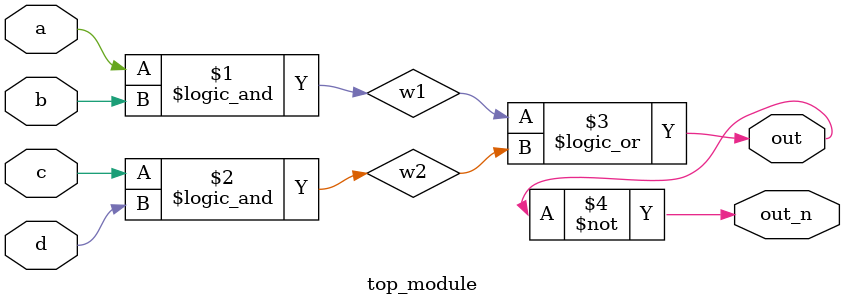
<source format=sv>
module top_module (
	input a,
	input b,
	input c,
	input d,
	output out,
	output out_n );

	wire w1, w2;
	assign w1 = a && b;
	assign w2 = c && d;
	assign out = w1 || w2;
	assign out_n = ~out;

endmodule

</source>
